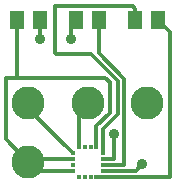
<source format=gtl>
G04 (created by PCBNEW (2013-07-07 BZR 4022)-stable) date 8/6/2015 3:57:57 PM*
%MOIN*%
G04 Gerber Fmt 3.4, Leading zero omitted, Abs format*
%FSLAX34Y34*%
G01*
G70*
G90*
G04 APERTURE LIST*
%ADD10C,0.00590551*%
%ADD11C,0.110236*%
%ADD12R,0.0177165X0.011811*%
%ADD13R,0.011811X0.0177165*%
%ADD14R,0.0512X0.059*%
%ADD15C,0.035*%
%ADD16C,0.011811*%
G04 APERTURE END LIST*
G54D10*
G54D11*
X78740Y-57086D03*
X80708Y-57086D03*
X76771Y-57086D03*
X76771Y-59055D03*
G54D12*
X78238Y-58759D03*
X78238Y-58956D03*
X78238Y-59153D03*
X78238Y-59350D03*
G54D13*
X78444Y-59557D03*
X78641Y-59557D03*
X78838Y-59557D03*
X79035Y-59557D03*
G54D12*
X79242Y-59350D03*
X79242Y-59153D03*
X79242Y-58956D03*
X79242Y-58759D03*
G54D13*
X79035Y-58553D03*
X78838Y-58553D03*
X78641Y-58553D03*
X78444Y-58553D03*
G54D14*
X76396Y-54330D03*
X77146Y-54330D03*
X81083Y-54330D03*
X80333Y-54330D03*
X79115Y-54330D03*
X78365Y-54330D03*
G54D15*
X79625Y-58140D03*
X78187Y-54962D03*
X77147Y-54966D03*
X80561Y-59141D03*
G54D16*
X79625Y-58955D02*
X79625Y-58140D01*
X79626Y-58956D02*
X79625Y-58955D01*
X79242Y-58956D02*
X79626Y-58956D01*
X78190Y-54090D02*
X78190Y-54959D01*
X78190Y-54959D02*
X78187Y-54962D01*
X77146Y-54330D02*
X77146Y-54965D01*
X77146Y-54965D02*
X77147Y-54966D01*
X79242Y-59350D02*
X80352Y-59350D01*
X80352Y-59350D02*
X80561Y-59141D01*
X79115Y-54330D02*
X79115Y-55424D01*
X79963Y-59153D02*
X79242Y-59153D01*
X79967Y-59150D02*
X79963Y-59153D01*
X79967Y-56276D02*
X79967Y-59150D01*
X79115Y-55424D02*
X79967Y-56276D01*
X77657Y-53865D02*
X80238Y-53865D01*
X80238Y-53865D02*
X80333Y-53960D01*
X79242Y-58759D02*
X79242Y-57974D01*
X80333Y-53960D02*
X80333Y-54330D01*
X77657Y-55431D02*
X77657Y-53865D01*
X77675Y-55448D02*
X77657Y-55431D01*
X78844Y-55448D02*
X77675Y-55448D01*
X79742Y-56346D02*
X78844Y-55448D01*
X79742Y-57474D02*
X79742Y-56346D01*
X79242Y-57974D02*
X79742Y-57474D01*
X79035Y-59557D02*
X81483Y-59557D01*
X81483Y-54730D02*
X81083Y-54330D01*
X81483Y-59556D02*
X81483Y-54730D01*
X81483Y-59557D02*
X81483Y-59556D01*
X76771Y-57086D02*
X76771Y-57293D01*
X76771Y-57293D02*
X78238Y-58759D01*
X78444Y-58553D02*
X78444Y-57381D01*
X78444Y-57381D02*
X78740Y-57086D01*
X76396Y-56246D02*
X76023Y-56246D01*
X76020Y-58303D02*
X76771Y-59055D01*
X76020Y-56249D02*
X76020Y-58303D01*
X76023Y-56246D02*
X76020Y-56249D01*
X76396Y-54330D02*
X76396Y-56246D01*
X76396Y-56246D02*
X76396Y-56250D01*
X79035Y-58553D02*
X79035Y-57862D01*
X79330Y-56250D02*
X76396Y-56250D01*
X79484Y-56403D02*
X79330Y-56250D01*
X79484Y-57413D02*
X79484Y-56403D01*
X79035Y-57862D02*
X79484Y-57413D01*
X78238Y-59350D02*
X77066Y-59350D01*
X77066Y-59350D02*
X76771Y-59055D01*
X78238Y-58956D02*
X76870Y-58956D01*
X76870Y-58956D02*
X76771Y-59055D01*
M02*

</source>
